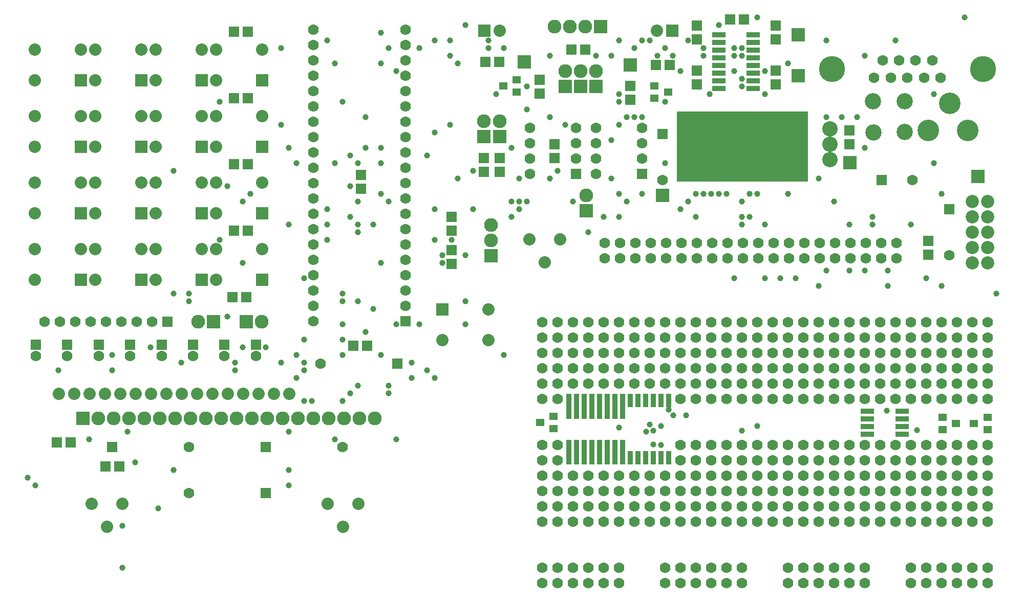
<source format=gbr>
G04 GERBER ASCII OUTPUT FROM: EDWIN 2000 (VER. 1.1 REV. 20011025)*
G04 GERBER FORMAT: RX-274-X*
G04 BOARD: SP_PROTON_SMD2*
G04 ARTWORK OF COMP.MASK POSITIVE*
%ASAXBY*%
%FSLAX23Y23*%
%MIA0B0*%
%MOIN*%
%OFA0.0000B0.0000*%
%SFA1B1*%
%IJA0B0*%
%INLAYER1POS*%
%IOA0B0*%
%IPPOS*%
%IR0*%
G04 APERTURE MACROS*
%AMEDWDONUT*
1,1,$1,$2,$3*
1,0,$4,$2,$3*
%
%AMEDWFRECT*
2,1,$1,$2,$3,$4,$5,$6*
%
%AMEDWORECT*
2,1,$1,$2,$3,$4,$5,$10*
2,1,$1,$4,$5,$6,$7,$10*
2,1,$1,$6,$7,$8,$9,$10*
2,1,$1,$8,$9,$2,$3,$10*
1,1,$1,$2,$3*
1,1,$1,$4,$5*
1,1,$1,$6,$7*
1,1,$1,$8,$9*
%
%AMEDWLINER*
2,1,$1,$2,$3,$4,$5,$6*
1,1,$1,$2,$3*
1,1,$1,$4,$5*
%
%AMEDWFTRNG*
4,1,3,$1,$2,$3,$4,$5,$6,$7,$8,$9*
%
%AMEDWATRNG*
4,1,3,$1,$2,$3,$4,$5,$6,$7,$8,$9*
2,1,$11,$1,$2,$3,$4,$10*
2,1,$11,$3,$4,$5,$6,$10*
2,1,$11,$5,$6,$7,$8,$10*
1,1,$11,$3,$4*
1,1,$11,$5,$6*
1,1,$11,$7,$8*
%
%AMEDWOTRNG*
2,1,$1,$2,$3,$4,$5,$8*
2,1,$1,$4,$5,$6,$7,$8*
2,1,$1,$6,$7,$2,$3,$8*
1,1,$1,$2,$3*
1,1,$1,$4,$5*
1,1,$1,$6,$7*
%
G04*
G04 APERTURE LIST*
%ADD10R,0.0700X0.0700*%
%ADD11R,0.0940X0.0940*%
%ADD12R,0.0600X0.0600*%
%ADD13R,0.0840X0.0840*%
%ADD14R,0.0800X0.0800*%
%ADD15R,0.1040X0.1040*%
%ADD16R,0.0900X0.0900*%
%ADD17R,0.1140X0.1140*%
%ADD18R,0.0700X0.0650*%
%ADD19R,0.0940X0.0890*%
%ADD20R,0.0600X0.0550*%
%ADD21R,0.0840X0.0790*%
%ADD22R,0.0900X0.0350*%
%ADD23R,0.1140X0.0590*%
%ADD24R,0.0800X0.0250*%
%ADD25R,0.1040X0.0490*%
%ADD26R,0.0650X0.0700*%
%ADD27R,0.0890X0.0940*%
%ADD28R,0.0550X0.0600*%
%ADD29R,0.0790X0.0840*%
%ADD30R,0.0580X0.0500*%
%ADD31R,0.0820X0.0740*%
%ADD32R,0.0480X0.0400*%
%ADD33R,0.0720X0.0640*%
%ADD34R,0.0350X0.0900*%
%ADD35R,0.0590X0.1140*%
%ADD36R,0.0250X0.0800*%
%ADD37R,0.0490X0.1040*%
%ADD38C,0.0010*%
%ADD40C,0.0020*%
%ADD41R,0.0020X0.0020*%
%ADD42C,0.0030*%
%ADD43R,0.0030X0.0030*%
%ADD44C,0.0040*%
%ADD45R,0.0040X0.0040*%
%ADD46C,0.0050*%
%ADD47R,0.0050X0.0050*%
%ADD48C,0.0051*%
%ADD49R,0.0051X0.0051*%
%ADD50C,0.00787*%
%ADD51R,0.00787X0.00787*%
%ADD52C,0.00799*%
%ADD54C,0.0080*%
%ADD55R,0.0080X0.0080*%
%ADD56C,0.00984*%
%ADD57R,0.00984X0.00984*%
%ADD58C,0.0100*%
%ADD59R,0.0100X0.0100*%
%ADD60C,0.0120*%
%ADD62C,0.01299*%
%ADD64C,0.0130*%
%ADD66C,0.0150*%
%ADD68C,0.01598*%
%ADD70C,0.0160*%
%ADD72C,0.01969*%
%ADD73R,0.01969X0.01969*%
%ADD74C,0.0200*%
%ADD76C,0.0250*%
%ADD77R,0.0250X0.0250*%
%ADD78C,0.0280*%
%ADD79R,0.0280X0.0280*%
%ADD80C,0.0290*%
%ADD82C,0.0300*%
%ADD84C,0.03187*%
%ADD86C,0.03199*%
%ADD88C,0.0320*%
%ADD89R,0.0320X0.0320*%
%ADD90C,0.0340*%
%ADD91R,0.0340X0.0340*%
%ADD92C,0.0350*%
%ADD93R,0.0350X0.0350*%
%ADD94C,0.03543*%
%ADD95R,0.03543X0.03543*%
%ADD96C,0.0360*%
%ADD98C,0.03699*%
%ADD100C,0.0370*%
%ADD102C,0.03898*%
%ADD103R,0.03898X0.03898*%
%ADD104C,0.03937*%
%ADD105R,0.03937X0.03937*%
%ADD106C,0.03998*%
%ADD108C,0.0400*%
%ADD110C,0.04252*%
%ADD111R,0.04252X0.04252*%
%ADD112C,0.0440*%
%ADD114C,0.0490*%
%ADD115R,0.0490X0.0490*%
%ADD116C,0.0500*%
%ADD117R,0.0500X0.0500*%
%ADD118C,0.0502*%
%ADD119R,0.0502X0.0502*%
%ADD120C,0.0540*%
%ADD122C,0.0560*%
%ADD123R,0.0560X0.0560*%
%ADD124C,0.0590*%
%ADD125R,0.0590X0.0590*%
%ADD126C,0.05906*%
%ADD127R,0.05906X0.05906*%
%ADD128C,0.05943*%
%ADD129R,0.05943X0.05943*%
%ADD130C,0.0600*%
%ADD131R,0.0600X0.0600*%
%ADD132C,0.0620*%
%ADD133R,0.0620X0.0620*%
%ADD134C,0.06298*%
%ADD135R,0.06298X0.06298*%
%ADD136C,0.06378*%
%ADD137R,0.06378X0.06378*%
%ADD138C,0.06652*%
%ADD139R,0.06652X0.06652*%
%ADD140C,0.06906*%
%ADD141R,0.06906X0.06906*%
%ADD142C,0.0700*%
%ADD143R,0.0700X0.0700*%
%ADD144C,0.0720*%
%ADD145R,0.0720X0.0720*%
%ADD146C,0.0740*%
%ADD148C,0.0742*%
%ADD149R,0.0742X0.0742*%
%ADD150C,0.07559*%
%ADD151R,0.07559X0.07559*%
%ADD152C,0.0760*%
%ADD154C,0.07874*%
%ADD155R,0.07874X0.07874*%
%ADD156C,0.0800*%
%ADD157R,0.0800X0.0800*%
%ADD158C,0.0840*%
%ADD159R,0.0840X0.0840*%
%ADD160C,0.0860*%
%ADD161R,0.0860X0.0860*%
%ADD162C,0.08778*%
%ADD163R,0.08778X0.08778*%
%ADD164C,0.0880*%
%ADD166C,0.08903*%
%ADD167R,0.08903X0.08903*%
%ADD168C,0.08969*%
%ADD169R,0.08969X0.08969*%
%ADD170C,0.0900*%
%ADD171R,0.0900X0.0900*%
%ADD172C,0.09213*%
%ADD173R,0.09213X0.09213*%
%ADD174C,0.0940*%
%ADD175R,0.0940X0.0940*%
%ADD176C,0.09496*%
%ADD177R,0.09496X0.09496*%
%ADD178C,0.0960*%
%ADD179R,0.0960X0.0960*%
%ADD180C,0.09788*%
%ADD181R,0.09788X0.09788*%
%ADD182C,0.09959*%
%ADD183R,0.09959X0.09959*%
%ADD184C,0.1000*%
%ADD186C,0.1040*%
%ADD187R,0.1040X0.1040*%
%ADD188C,0.1060*%
%ADD190C,0.10866*%
%ADD191R,0.10866X0.10866*%
%ADD192C,0.1100*%
%ADD194C,0.1120*%
%ADD196C,0.11303*%
%ADD197R,0.11303X0.11303*%
%ADD198C,0.11369*%
%ADD199R,0.11369X0.11369*%
%ADD200C,0.1140*%
%ADD201R,0.1140X0.1140*%
%ADD202C,0.11613*%
%ADD203R,0.11613X0.11613*%
%ADD204C,0.11896*%
%ADD205R,0.11896X0.11896*%
%ADD206C,0.1200*%
%ADD208C,0.12188*%
%ADD209R,0.12188X0.12188*%
%ADD210C,0.1240*%
%ADD212C,0.12464*%
%ADD213R,0.12464X0.12464*%
%ADD214C,0.1300*%
%ADD216C,0.13266*%
%ADD217R,0.13266X0.13266*%
%ADD218C,0.13465*%
%ADD219R,0.13465X0.13465*%
%ADD220C,0.13553*%
%ADD221R,0.13553X0.13553*%
%ADD222C,0.1378*%
%ADD224C,0.1400*%
%ADD226C,0.1440*%
%ADD228C,0.14864*%
%ADD229R,0.14864X0.14864*%
%ADD230C,0.15059*%
%ADD231R,0.15059X0.15059*%
%ADD232C,0.1540*%
%ADD234C,0.15865*%
%ADD235R,0.15865X0.15865*%
%ADD236C,0.15953*%
%ADD237R,0.15953X0.15953*%
%ADD238C,0.1600*%
%ADD240C,0.16063*%
%ADD241R,0.16063X0.16063*%
%ADD242C,0.1640*%
%ADD244C,0.16535*%
%ADD245R,0.16535X0.16535*%
%ADD246C,0.16669*%
%ADD248C,0.16723*%
%ADD250C,0.1700*%
%ADD252C,0.17061*%
%ADD253R,0.17061X0.17061*%
%ADD254C,0.17459*%
%ADD255R,0.17459X0.17459*%
%ADD256C,0.17717*%
%ADD257R,0.17717X0.17717*%
%ADD258C,0.17953*%
%ADD259R,0.17953X0.17953*%
%ADD260C,0.18189*%
%ADD261R,0.18189X0.18189*%
%ADD262C,0.18244*%
%ADD263R,0.18244X0.18244*%
%ADD264C,0.18298*%
%ADD265R,0.18298X0.18298*%
%ADD266C,0.18463*%
%ADD267R,0.18463X0.18463*%
%ADD268C,0.18657*%
%ADD269R,0.18657X0.18657*%
%ADD270C,0.18878*%
%ADD271R,0.18878X0.18878*%
%ADD272C,0.18935*%
%ADD273R,0.18935X0.18935*%
%ADD274C,0.19069*%
%ADD275R,0.19069X0.19069*%
%ADD276C,0.19123*%
%ADD277R,0.19123X0.19123*%
%ADD278C,0.19134*%
%ADD279R,0.19134X0.19134*%
%ADD280C,0.19461*%
%ADD281R,0.19461X0.19461*%
%ADD282C,0.20353*%
%ADD283R,0.20353X0.20353*%
%ADD284C,0.20589*%
%ADD285R,0.20589X0.20589*%
%ADD286C,0.20644*%
%ADD287R,0.20644X0.20644*%
%ADD288C,0.20698*%
%ADD289R,0.20698X0.20698*%
%ADD290C,0.20709*%
%ADD291R,0.20709X0.20709*%
%ADD292C,0.20787*%
%ADD293R,0.20787X0.20787*%
%ADD294C,0.21057*%
%ADD295R,0.21057X0.21057*%
%ADD296C,0.21278*%
%ADD297R,0.21278X0.21278*%
%ADD298C,0.21534*%
%ADD299R,0.21534X0.21534*%
%ADD300C,0.23109*%
%ADD301R,0.23109X0.23109*%
%ADD303R,0.23187X0.23187*%
%ADD305R,0.24094X0.24094*%
%ADD307R,0.25984X0.25984*%
%ADD309R,0.26494X0.26494*%
%ADD311R,0.28384X0.28384*%
%ADD313R,0.3000X0.3000*%
%ADD315R,0.3060X0.3060*%
%ADD317R,0.31654X0.31654*%
%ADD319R,0.32181X0.32181*%
%ADD321R,0.3240X0.3240*%
%ADD323R,0.3300X0.3300*%
%ADD325R,0.34054X0.34054*%
%ADD327R,0.34423X0.34423*%
%ADD329R,0.34581X0.34581*%
%ADD331R,0.36823X0.36823*%
%ADD333R,0.3685X0.3685*%
%ADD335R,0.38248X0.38248*%
%ADD337R,0.39171X0.39171*%
%ADD339R,0.3925X0.3925*%
%ADD341R,0.40648X0.40648*%
%ADD343R,0.41571X0.41571*%
%ADD345R,0.48074X0.48074*%
%ADD347R,0.50474X0.50474*%
%ADD349R,0.53386X0.53386*%
%ADD351R,0.53858X0.53858*%
%ADD353R,0.55786X0.55786*%
%ADD355R,0.56258X0.56258*%
%ADD357R,0.59944X0.59944*%
%ADD359R,0.61724X0.61724*%
%ADD361R,0.62318X0.62318*%
%ADD363R,0.62344X0.62344*%
%ADD365R,0.64124X0.64124*%
%ADD367R,0.64718X0.64718*%
%ADD369R,0.65197X0.65197*%
%ADD371R,0.67597X0.67597*%
%ADD373R,0.68976X0.68976*%
%ADD375R,0.71376X0.71376*%
%ADD377R,0.73937X0.73937*%
%ADD379R,0.76337X0.76337*%
%ADD381R,0.83268X0.83268*%
%ADD383R,0.85287X0.85287*%
%ADD385R,0.85668X0.85668*%
%ADD387R,0.87687X0.87687*%
%ADD389R,0.94961X0.94961*%
%ADD391R,0.96378X0.96378*%
%ADD393R,0.97361X0.97361*%
%ADD395R,0.98778X0.98778*%
%ADD397R,1.03465X1.03465*%
%ADD399R,1.05865X1.05865*%
%ADD401R,1.29384X1.29384*%
%ADD403R,1.31784X1.31784*%
%ADD405R,1.89657X1.89657*%
%ADD407R,1.89744X1.89744*%
%ADD409R,1.92057X1.92057*%
%ADD411R,1.92144X1.92144*%
%ADD413R,2.13068X2.13068*%
%ADD415R,2.15468X2.15468*%
%ADD417R,2.83228X2.83228*%
%ADD419R,2.85628X2.85628*%
%ADD421R,3.07205X3.07205*%
%ADD423R,3.09605X3.09605*%
%ADD425R,3.12726X3.12726*%
%ADD427R,3.15126X3.15126*%
%ADD429R,3.8501X3.8501*%
%ADD431R,3.8741X3.8741*%
G04*
D156*
X354Y1339D02*D03*
X454Y1339D02*D03*
X554Y1339D02*D03*
X654Y1339D02*D03*
X754Y1339D02*D03*
X854Y1339D02*D03*
X954Y1339D02*D03*
X1054Y1339D02*D03*
X1154Y1339D02*D03*
X1254Y1339D02*D03*
X1354Y1339D02*D03*
X1454Y1339D02*D03*
X1554Y1339D02*D03*
X1654Y1339D02*D03*
X1754Y1339D02*D03*
X1854Y1339D02*D03*
D10* 
X2610Y1813D02*D03*
D142*
X2610Y1913D02*D03*
X2610Y2013D02*D03*
X2610Y2113D02*D03*
X2610Y2213D02*D03*
X2610Y2313D02*D03*
X2610Y2413D02*D03*
X2610Y2513D02*D03*
X2610Y2613D02*D03*
X2610Y2713D02*D03*
X2610Y2813D02*D03*
X2610Y2913D02*D03*
X2610Y3013D02*D03*
X2610Y3113D02*D03*
X2610Y3213D02*D03*
X2610Y3313D02*D03*
X2610Y3413D02*D03*
X2610Y3513D02*D03*
X2610Y3613D02*D03*
X2610Y3713D02*D03*
X2010Y3713D02*D03*
X2010Y3613D02*D03*
X2010Y3513D02*D03*
X2010Y3413D02*D03*
X2010Y3313D02*D03*
X2010Y3213D02*D03*
X2010Y3113D02*D03*
X2010Y3013D02*D03*
X2010Y2913D02*D03*
X2010Y2813D02*D03*
X2010Y2713D02*D03*
X2010Y2613D02*D03*
X2010Y2513D02*D03*
X2010Y2413D02*D03*
X2010Y2313D02*D03*
X2010Y2213D02*D03*
X2010Y2113D02*D03*
X2010Y2013D02*D03*
X2010Y1913D02*D03*
X2010Y1813D02*D03*
D14* 
X497Y3383D02*D03*
D156*
X497Y3583D02*D03*
X197Y3583D02*D03*
X197Y3383D02*D03*
D14* 
X891Y3383D02*D03*
D156*
X891Y3583D02*D03*
X591Y3583D02*D03*
X591Y3383D02*D03*
D14* 
X1284Y3383D02*D03*
D156*
X1284Y3583D02*D03*
X984Y3583D02*D03*
X984Y3383D02*D03*
D14* 
X1678Y3383D02*D03*
D156*
X1678Y3583D02*D03*
X1378Y3583D02*D03*
X1378Y3383D02*D03*
D14* 
X497Y2950D02*D03*
D156*
X497Y3150D02*D03*
X197Y3150D02*D03*
X197Y2950D02*D03*
D14* 
X891Y2950D02*D03*
D156*
X891Y3150D02*D03*
X591Y3150D02*D03*
X591Y2950D02*D03*
D14* 
X1284Y2950D02*D03*
D156*
X1284Y3150D02*D03*
X984Y3150D02*D03*
X984Y2950D02*D03*
D14* 
X1678Y2950D02*D03*
D156*
X1678Y3150D02*D03*
X1378Y3150D02*D03*
X1378Y2950D02*D03*
D14* 
X497Y2517D02*D03*
D156*
X497Y2717D02*D03*
X197Y2717D02*D03*
X197Y2517D02*D03*
D14* 
X891Y2517D02*D03*
D156*
X891Y2717D02*D03*
X591Y2717D02*D03*
X591Y2517D02*D03*
D14* 
X1284Y2517D02*D03*
D156*
X1284Y2717D02*D03*
X984Y2717D02*D03*
X984Y2517D02*D03*
D16* 
X3883Y3732D02*D03*
D170*
X3783Y3732D02*D03*
X3683Y3732D02*D03*
X3583Y3732D02*D03*
D142*
X3501Y505D02*D03*
X3501Y605D02*D03*
X3501Y705D02*D03*
X3501Y805D02*D03*
X3501Y905D02*D03*
X3501Y1005D02*D03*
X3601Y1005D02*D03*
X4401Y1005D02*D03*
X4501Y1005D02*D03*
X4601Y1005D02*D03*
X4701Y1005D02*D03*
X4801Y1005D02*D03*
X4901Y1005D02*D03*
X5001Y1005D02*D03*
X5101Y1005D02*D03*
X5201Y1005D02*D03*
X5301Y1005D02*D03*
X5401Y1005D02*D03*
X5501Y1005D02*D03*
X5601Y1005D02*D03*
X5701Y1005D02*D03*
X5801Y1005D02*D03*
X5901Y1005D02*D03*
X6001Y1005D02*D03*
X6101Y1005D02*D03*
X6201Y1005D02*D03*
X6301Y1005D02*D03*
X6401Y1005D02*D03*
X6401Y905D02*D03*
X6401Y805D02*D03*
X6401Y705D02*D03*
X6401Y605D02*D03*
X6401Y505D02*D03*
X6301Y505D02*D03*
X6301Y605D02*D03*
X6301Y705D02*D03*
X6301Y805D02*D03*
X6301Y905D02*D03*
X6201Y905D02*D03*
X6201Y805D02*D03*
X6201Y705D02*D03*
X6201Y605D02*D03*
X6201Y505D02*D03*
X6101Y505D02*D03*
X6101Y605D02*D03*
X6101Y705D02*D03*
X6101Y805D02*D03*
X6101Y905D02*D03*
X6001Y905D02*D03*
X6001Y805D02*D03*
X6001Y705D02*D03*
X6001Y605D02*D03*
X6001Y505D02*D03*
X5901Y505D02*D03*
X5901Y605D02*D03*
X5901Y705D02*D03*
X5901Y805D02*D03*
X5901Y905D02*D03*
X5801Y905D02*D03*
X5801Y805D02*D03*
X5801Y705D02*D03*
X5801Y605D02*D03*
X5801Y505D02*D03*
X5701Y505D02*D03*
X5701Y605D02*D03*
X5701Y705D02*D03*
X5701Y805D02*D03*
X5701Y905D02*D03*
X5601Y905D02*D03*
X5501Y905D02*D03*
X5401Y905D02*D03*
X5301Y905D02*D03*
X5201Y905D02*D03*
X5101Y905D02*D03*
X5101Y805D02*D03*
X5201Y805D02*D03*
X5301Y805D02*D03*
X5401Y805D02*D03*
X5501Y805D02*D03*
X5601Y805D02*D03*
X5601Y705D02*D03*
X5501Y705D02*D03*
X5401Y705D02*D03*
X5301Y705D02*D03*
X5201Y705D02*D03*
X5101Y705D02*D03*
X5101Y605D02*D03*
X5201Y605D02*D03*
X5301Y605D02*D03*
X5401Y605D02*D03*
X5501Y605D02*D03*
X5601Y605D02*D03*
X5601Y505D02*D03*
X5501Y505D02*D03*
X5401Y505D02*D03*
X5301Y505D02*D03*
X5201Y505D02*D03*
X5101Y505D02*D03*
X5001Y505D02*D03*
X5001Y605D02*D03*
X5001Y705D02*D03*
X5001Y805D02*D03*
X5001Y905D02*D03*
X4901Y905D02*D03*
X4901Y805D02*D03*
X4901Y705D02*D03*
X4901Y605D02*D03*
X4901Y505D02*D03*
X4801Y505D02*D03*
X4801Y605D02*D03*
X4801Y705D02*D03*
X4801Y805D02*D03*
X4801Y905D02*D03*
X4701Y905D02*D03*
X4701Y805D02*D03*
X4701Y705D02*D03*
X4701Y605D02*D03*
X4701Y505D02*D03*
X4601Y505D02*D03*
X4501Y505D02*D03*
X4501Y605D02*D03*
X4501Y705D02*D03*
X4601Y705D02*D03*
X4601Y605D02*D03*
X4501Y805D02*D03*
X4501Y905D02*D03*
X4601Y905D02*D03*
X4601Y805D02*D03*
X4401Y905D02*D03*
X4401Y805D02*D03*
X4401Y705D02*D03*
X4401Y605D02*D03*
X4401Y505D02*D03*
X4301Y505D02*D03*
X4301Y605D02*D03*
X4301Y705D02*D03*
X4301Y805D02*D03*
X4201Y805D02*D03*
X4201Y705D02*D03*
X4201Y605D02*D03*
X4201Y505D02*D03*
X4101Y505D02*D03*
X4101Y605D02*D03*
X4101Y705D02*D03*
X4101Y805D02*D03*
X4001Y805D02*D03*
X4001Y705D02*D03*
X4001Y605D02*D03*
X4001Y505D02*D03*
X3901Y805D02*D03*
X3901Y705D02*D03*
X3901Y605D02*D03*
X3901Y505D02*D03*
X3801Y505D02*D03*
X3801Y605D02*D03*
X3801Y705D02*D03*
X3801Y805D02*D03*
X3701Y805D02*D03*
X3701Y705D02*D03*
X3701Y605D02*D03*
X3701Y505D02*D03*
X3601Y905D02*D03*
X3601Y805D02*D03*
X3601Y705D02*D03*
X3601Y605D02*D03*
X3601Y505D02*D03*
X3501Y205D02*D03*
X3601Y205D02*D03*
X3701Y205D02*D03*
X3801Y205D02*D03*
X3901Y205D02*D03*
X4001Y205D02*D03*
X4301Y205D02*D03*
X4401Y205D02*D03*
X4501Y205D02*D03*
X4601Y205D02*D03*
X4701Y205D02*D03*
X4801Y205D02*D03*
X5101Y205D02*D03*
X5201Y205D02*D03*
X5301Y205D02*D03*
X5401Y205D02*D03*
X5501Y205D02*D03*
X5601Y205D02*D03*
X5901Y205D02*D03*
X6001Y205D02*D03*
X6101Y205D02*D03*
X6201Y205D02*D03*
X6301Y205D02*D03*
X6401Y205D02*D03*
X6401Y105D02*D03*
X6301Y105D02*D03*
X6201Y105D02*D03*
X6101Y105D02*D03*
X6001Y105D02*D03*
X5901Y105D02*D03*
X5501Y105D02*D03*
X5401Y105D02*D03*
X5301Y105D02*D03*
X5201Y105D02*D03*
X5101Y105D02*D03*
X5601Y105D02*D03*
X4801Y105D02*D03*
X4701Y105D02*D03*
X4601Y105D02*D03*
X4501Y105D02*D03*
X4401Y105D02*D03*
X4301Y105D02*D03*
X4001Y105D02*D03*
X3901Y105D02*D03*
X3801Y105D02*D03*
X3701Y105D02*D03*
X3601Y105D02*D03*
X3501Y105D02*D03*
X3501Y1305D02*D03*
X3601Y1305D02*D03*
X4401Y1305D02*D03*
X4501Y1305D02*D03*
X4601Y1305D02*D03*
X4701Y1305D02*D03*
X4801Y1305D02*D03*
X4901Y1305D02*D03*
X5001Y1305D02*D03*
X5101Y1305D02*D03*
X5201Y1305D02*D03*
X5301Y1305D02*D03*
X5401Y1305D02*D03*
X5501Y1305D02*D03*
X5601Y1305D02*D03*
X5701Y1305D02*D03*
X5801Y1305D02*D03*
X5901Y1305D02*D03*
X6001Y1305D02*D03*
X6101Y1305D02*D03*
X6201Y1305D02*D03*
X6301Y1305D02*D03*
X6401Y1305D02*D03*
X6401Y1405D02*D03*
X6401Y1505D02*D03*
X6401Y1605D02*D03*
X6401Y1705D02*D03*
X6401Y1805D02*D03*
X6301Y1805D02*D03*
X6201Y1805D02*D03*
X6201Y1705D02*D03*
X6301Y1705D02*D03*
X6301Y1605D02*D03*
X6201Y1605D02*D03*
X6201Y1505D02*D03*
X6301Y1505D02*D03*
X6301Y1405D02*D03*
X6201Y1405D02*D03*
X6101Y1405D02*D03*
X6101Y1505D02*D03*
X6101Y1605D02*D03*
X6101Y1705D02*D03*
X6101Y1805D02*D03*
X6001Y1805D02*D03*
X6001Y1705D02*D03*
X6001Y1605D02*D03*
X6001Y1505D02*D03*
X6001Y1405D02*D03*
X5901Y1405D02*D03*
X5901Y1505D02*D03*
X5901Y1605D02*D03*
X5901Y1705D02*D03*
X5901Y1805D02*D03*
X5801Y1805D02*D03*
X5801Y1705D02*D03*
X5801Y1605D02*D03*
X5801Y1505D02*D03*
X5801Y1405D02*D03*
X5701Y1405D02*D03*
X5701Y1505D02*D03*
X5701Y1605D02*D03*
X5701Y1705D02*D03*
X5701Y1805D02*D03*
X5601Y1805D02*D03*
X5601Y1705D02*D03*
X5601Y1605D02*D03*
X5601Y1505D02*D03*
X5601Y1405D02*D03*
X5501Y1405D02*D03*
X5501Y1505D02*D03*
X5501Y1605D02*D03*
X5501Y1705D02*D03*
X5501Y1805D02*D03*
X5401Y1805D02*D03*
X5401Y1705D02*D03*
X5401Y1605D02*D03*
X5401Y1505D02*D03*
X5401Y1405D02*D03*
X5301Y1405D02*D03*
X5301Y1505D02*D03*
X5301Y1605D02*D03*
X5301Y1705D02*D03*
X5301Y1805D02*D03*
X5201Y1805D02*D03*
X5201Y1705D02*D03*
X5201Y1605D02*D03*
X5201Y1505D02*D03*
X5201Y1405D02*D03*
X5101Y1405D02*D03*
X5101Y1505D02*D03*
X5101Y1605D02*D03*
X5101Y1705D02*D03*
X5101Y1805D02*D03*
X5001Y1805D02*D03*
X5001Y1705D02*D03*
X5001Y1605D02*D03*
X5001Y1505D02*D03*
X5001Y1405D02*D03*
X4901Y1405D02*D03*
X4901Y1505D02*D03*
X4901Y1605D02*D03*
X4901Y1705D02*D03*
X4901Y1805D02*D03*
X4801Y1705D02*D03*
X4801Y1605D02*D03*
X4801Y1505D02*D03*
X4801Y1405D02*D03*
X4701Y1405D02*D03*
X4701Y1505D02*D03*
X4701Y1605D02*D03*
X4701Y1705D02*D03*
X4701Y1805D02*D03*
X4601Y1805D02*D03*
X4601Y1705D02*D03*
X4601Y1605D02*D03*
X4601Y1505D02*D03*
X4601Y1405D02*D03*
X4801Y1805D02*D03*
X4501Y1805D02*D03*
X4501Y1705D02*D03*
X4501Y1605D02*D03*
X4501Y1505D02*D03*
X4501Y1405D02*D03*
X4401Y1405D02*D03*
X4401Y1505D02*D03*
X4401Y1605D02*D03*
X4401Y1705D02*D03*
X4401Y1805D02*D03*
X4301Y1805D02*D03*
X4301Y1705D02*D03*
X4301Y1605D02*D03*
X4301Y1505D02*D03*
X4301Y1405D02*D03*
X4201Y1405D02*D03*
X4201Y1505D02*D03*
X4201Y1605D02*D03*
X4201Y1705D02*D03*
X4201Y1805D02*D03*
X4101Y1405D02*D03*
X4001Y1405D02*D03*
X3901Y1405D02*D03*
X3801Y1405D02*D03*
X3701Y1405D02*D03*
X3701Y1505D02*D03*
X3801Y1505D02*D03*
X3901Y1505D02*D03*
X4001Y1505D02*D03*
X4101Y1505D02*D03*
X4101Y1605D02*D03*
X4001Y1605D02*D03*
X3901Y1605D02*D03*
X3801Y1605D02*D03*
X3701Y1605D02*D03*
X3701Y1705D02*D03*
X3801Y1705D02*D03*
X3901Y1705D02*D03*
X4001Y1705D02*D03*
X4101Y1705D02*D03*
X4101Y1805D02*D03*
X4001Y1805D02*D03*
X3901Y1805D02*D03*
X3801Y1805D02*D03*
X3701Y1805D02*D03*
X3601Y1405D02*D03*
X3601Y1505D02*D03*
X3601Y1605D02*D03*
X3601Y1705D02*D03*
X3601Y1805D02*D03*
X3501Y1805D02*D03*
X3501Y1705D02*D03*
X3501Y1605D02*D03*
X3501Y1505D02*D03*
X3501Y1405D02*D03*
D18* 
X1575Y1969D02*D03*
X1485Y1969D02*D03*
X1496Y3701D02*D03*
X1586Y3701D02*D03*
X1496Y3268D02*D03*
X1586Y3268D02*D03*
X1496Y2835D02*D03*
X1586Y2835D02*D03*
X1496Y2402D02*D03*
X1586Y2402D02*D03*
D14* 
X1678Y2517D02*D03*
D156*
X1678Y2717D02*D03*
X1378Y2717D02*D03*
X1378Y2517D02*D03*
D14* 
X497Y2083D02*D03*
D156*
X497Y2283D02*D03*
X197Y2283D02*D03*
X197Y2083D02*D03*
D14* 
X891Y2083D02*D03*
D156*
X891Y2283D02*D03*
X591Y2283D02*D03*
X591Y2083D02*D03*
D14* 
X1284Y2083D02*D03*
D156*
X1284Y2283D02*D03*
X984Y2283D02*D03*
X984Y2083D02*D03*
D14* 
X1678Y2083D02*D03*
D156*
X1678Y2283D02*D03*
X1378Y2283D02*D03*
X1378Y2083D02*D03*
D160*
X6300Y2593D02*D03*
X6400Y2593D02*D03*
X6300Y2493D02*D03*
X6400Y2493D02*D03*
X6300Y2393D02*D03*
X6400Y2393D02*D03*
X6300Y2293D02*D03*
X6400Y2293D02*D03*
X6300Y2193D02*D03*
X6400Y2193D02*D03*
D10* 
X700Y993D02*D03*
D142*
X1200Y993D02*D03*
D10* 
X1638Y1659D02*D03*
D142*
X1638Y1585D02*D03*
D10* 
X1433Y1659D02*D03*
D142*
X1433Y1585D02*D03*
D10* 
X1228Y1659D02*D03*
D142*
X1228Y1585D02*D03*
D16* 
X1360Y1811D02*D03*
D170*
X1260Y1811D02*D03*
D22* 
X4651Y3681D02*D03*
X4651Y3631D02*D03*
X4651Y3581D02*D03*
X4651Y3531D02*D03*
X4651Y3481D02*D03*
X4651Y3431D02*D03*
X4651Y3381D02*D03*
X4651Y3331D02*D03*
X4876Y3331D02*D03*
X4876Y3381D02*D03*
X4876Y3431D02*D03*
X4876Y3481D02*D03*
X4876Y3531D02*D03*
X4876Y3581D02*D03*
X4876Y3631D02*D03*
X4876Y3681D02*D03*
D26* 
X5020Y3740D02*D03*
X5020Y3650D02*D03*
X4508Y3445D02*D03*
X4508Y3355D02*D03*
D18* 
X4814Y3780D02*D03*
X4724Y3780D02*D03*
D26* 
X5020Y3355D02*D03*
X5020Y3445D02*D03*
X4508Y3740D02*D03*
X4508Y3650D02*D03*
D10* 
X5711Y2734D02*D03*
D142*
X5911Y2734D02*D03*
D10* 
X1024Y1659D02*D03*
D142*
X1024Y1585D02*D03*
D10* 
X819Y1659D02*D03*
D142*
X819Y1585D02*D03*
D10* 
X614Y1659D02*D03*
D142*
X614Y1585D02*D03*
D10* 
X409Y1659D02*D03*
D142*
X409Y1585D02*D03*
D10* 
X205Y1659D02*D03*
D142*
X205Y1585D02*D03*
D10* 
X1063Y1811D02*D03*
D142*
X963Y1811D02*D03*
X863Y1811D02*D03*
X763Y1811D02*D03*
X663Y1811D02*D03*
X563Y1811D02*D03*
X463Y1811D02*D03*
X363Y1811D02*D03*
X263Y1811D02*D03*
D188*
X5655Y3248D02*D03*
X5657Y3042D02*D03*
X5860Y3046D02*D03*
X5860Y3246D02*D03*
D142*
X5663Y3401D02*D03*
X5771Y3401D02*D03*
X5879Y3401D02*D03*
X5987Y3401D02*D03*
X6095Y3401D02*D03*
X5717Y3513D02*D03*
X5825Y3513D02*D03*
X5933Y3513D02*D03*
X6041Y3513D02*D03*
D250*
X5387Y3457D02*D03*
X6371Y3457D02*D03*
D224*
X6016Y3055D02*D03*
X6154Y3232D02*D03*
X6272Y3055D02*D03*
D16* 
X3750Y3343D02*D03*
D170*
X3750Y3443D02*D03*
D10* 
X4151Y2773D02*D03*
D142*
X4151Y2873D02*D03*
X4151Y2973D02*D03*
X4151Y3073D02*D03*
X3851Y3073D02*D03*
X3851Y2973D02*D03*
X3851Y2873D02*D03*
X3851Y2773D02*D03*
D10* 
X3723Y2773D02*D03*
D142*
X3723Y2873D02*D03*
X3723Y2973D02*D03*
X3723Y3073D02*D03*
X3423Y3073D02*D03*
X3423Y2973D02*D03*
X3423Y2873D02*D03*
X3423Y2773D02*D03*
D184*
X5374Y2867D02*D03*
X5374Y2967D02*D03*
X5374Y3067D02*D03*
D10* 
X6150Y2543D02*D03*
D142*
X6150Y2243D02*D03*
D14* 
X2850Y1890D02*D03*
D156*
X2850Y1690D02*D03*
X3150Y1690D02*D03*
X3150Y1890D02*D03*
D10* 
X1700Y993D02*D03*
D142*
X2200Y993D02*D03*
D14* 
X4348Y3707D02*D03*
D156*
X4248Y3707D02*D03*
D14* 
X3124Y3707D02*D03*
D156*
X3224Y3707D02*D03*
D18* 
X4331Y3484D02*D03*
X4241Y3484D02*D03*
D26* 
X4075Y3256D02*D03*
X4075Y3346D02*D03*
D18* 
X3780Y3583D02*D03*
X3690Y3583D02*D03*
D26* 
X3224Y2875D02*D03*
X3224Y2785D02*D03*
X6014Y2248D02*D03*
X6014Y2338D02*D03*
X3122Y2875D02*D03*
X3122Y2785D02*D03*
X5502Y3055D02*D03*
X5502Y2965D02*D03*
X3583Y2875D02*D03*
X3583Y2965D02*D03*
D10* 
X1700Y693D02*D03*
D142*
X1200Y693D02*D03*
D16* 
X3650Y3343D02*D03*
D170*
X3650Y3443D02*D03*
D16* 
X3850Y3343D02*D03*
D170*
X3850Y3443D02*D03*
D156*
X569Y622D02*D03*
X669Y472D02*D03*
X769Y622D02*D03*
X2105Y622D02*D03*
X2205Y472D02*D03*
X2305Y622D02*D03*
D16* 
X1575Y1811D02*D03*
D170*
X1675Y1811D02*D03*
D10* 
X2559Y1535D02*D03*
D142*
X2059Y1535D02*D03*
D16* 
X3224Y3016D02*D03*
D170*
X3224Y3116D02*D03*
D16* 
X3122Y3016D02*D03*
D170*
X3122Y3116D02*D03*
D16* 
X3169Y2241D02*D03*
D170*
X3169Y2341D02*D03*
X3169Y2441D02*D03*
D30* 
X3336Y3306D02*D03*
X3336Y3386D02*D03*
X3248Y3346D02*D03*
X4232Y3348D02*D03*
X4232Y3268D02*D03*
X4320Y3308D02*D03*
D26* 
X3484Y3296D02*D03*
X3484Y3386D02*D03*
X2913Y2492D02*D03*
X2913Y2402D02*D03*
X2913Y2185D02*D03*
X2913Y2275D02*D03*
D18* 
X658Y866D02*D03*
X748Y866D02*D03*
X433Y1024D02*D03*
X343Y1024D02*D03*
X2362Y1654D02*D03*
X2272Y1654D02*D03*
D26* 
X2323Y2767D02*D03*
X2323Y2677D02*D03*
D16* 
X4075Y3484D02*D03*
X3386Y3504D02*D03*
X6339Y2756D02*D03*
X5169Y3681D02*D03*
X5169Y3412D02*D03*
D142*
X5809Y2322D02*D03*
X5709Y2322D02*D03*
X5609Y2322D02*D03*
X5509Y2322D02*D03*
X5409Y2322D02*D03*
X5309Y2322D02*D03*
X5209Y2322D02*D03*
X5109Y2322D02*D03*
X5009Y2322D02*D03*
X4909Y2322D02*D03*
X4809Y2322D02*D03*
X4709Y2322D02*D03*
X4609Y2322D02*D03*
X4509Y2322D02*D03*
X4409Y2322D02*D03*
X4309Y2322D02*D03*
X4209Y2322D02*D03*
X4109Y2322D02*D03*
X4009Y2322D02*D03*
X3909Y2322D02*D03*
X3909Y2222D02*D03*
X4009Y2222D02*D03*
X4109Y2222D02*D03*
X4209Y2222D02*D03*
X4309Y2222D02*D03*
X4409Y2222D02*D03*
X4509Y2222D02*D03*
X4609Y2222D02*D03*
X4709Y2222D02*D03*
X4809Y2222D02*D03*
X4909Y2222D02*D03*
X5009Y2222D02*D03*
X5109Y2222D02*D03*
X5209Y2222D02*D03*
X5309Y2222D02*D03*
X5409Y2222D02*D03*
X5509Y2222D02*D03*
X5609Y2222D02*D03*
X5709Y2222D02*D03*
X5809Y2222D02*D03*
D16* 
X512Y1181D02*D03*
D170*
X612Y1181D02*D03*
X712Y1181D02*D03*
X812Y1181D02*D03*
X912Y1181D02*D03*
X1012Y1181D02*D03*
X1112Y1181D02*D03*
X1212Y1181D02*D03*
X1312Y1181D02*D03*
X1412Y1181D02*D03*
X1512Y1181D02*D03*
X1612Y1181D02*D03*
X1712Y1181D02*D03*
X1812Y1181D02*D03*
X1912Y1181D02*D03*
X2012Y1181D02*D03*
X2112Y1181D02*D03*
X2212Y1181D02*D03*
X2312Y1181D02*D03*
X2412Y1181D02*D03*
D156*
X3419Y2347D02*D03*
X3519Y2197D02*D03*
X3619Y2347D02*D03*
D16* 
X3787Y2532D02*D03*
D170*
X3787Y2632D02*D03*
D18* 
X3130Y3504D02*D03*
X3220Y3504D02*D03*
D34* 
X3675Y922D02*D03*
X3725Y922D02*D03*
X3775Y922D02*D03*
X3825Y922D02*D03*
X3875Y922D02*D03*
X3925Y922D02*D03*
X3975Y922D02*D03*
X4025Y922D02*D03*
X4075Y922D02*D03*
X4125Y922D02*D03*
X4175Y922D02*D03*
X4225Y922D02*D03*
X4275Y922D02*D03*
X4325Y922D02*D03*
X4325Y1297D02*D03*
X4275Y1297D02*D03*
X4225Y1297D02*D03*
X4175Y1297D02*D03*
X4125Y1297D02*D03*
X4075Y1297D02*D03*
X4025Y1297D02*D03*
X3975Y1297D02*D03*
X3925Y1297D02*D03*
X3875Y1297D02*D03*
X3825Y1297D02*D03*
X3775Y1297D02*D03*
X3725Y1297D02*D03*
X3675Y1297D02*D03*
X3674Y996D02*D03*
X3724Y996D02*D03*
X3774Y996D02*D03*
X3824Y996D02*D03*
X3874Y996D02*D03*
X3924Y996D02*D03*
X3974Y996D02*D03*
X4024Y996D02*D03*
X4024Y1221D02*D03*
X3974Y1221D02*D03*
X3924Y1221D02*D03*
X3874Y1221D02*D03*
X3824Y1221D02*D03*
X3774Y1221D02*D03*
X3724Y1221D02*D03*
X3674Y1221D02*D03*
D16* 
X5505Y2845D02*D03*
D30* 
X3576Y1113D02*D03*
X3576Y1193D02*D03*
X3488Y1153D02*D03*
X6401Y1108D02*D03*
X6401Y1188D02*D03*
X6313Y1148D02*D03*
X6107Y1187D02*D03*
X6107Y1107D02*D03*
X6195Y1147D02*D03*
D22* 
X5619Y1228D02*D03*
X5619Y1178D02*D03*
X5619Y1128D02*D03*
X5619Y1078D02*D03*
X5844Y1078D02*D03*
X5844Y1128D02*D03*
X5844Y1178D02*D03*
X5844Y1228D02*D03*
D10* 
X4286Y3034D02*D03*
D142*
X4286Y2734D02*D03*
D16* 
X4286Y2632D02*D03*
D104*
X2450Y2643D02*D03*
X2400Y1893D02*D03*
X6050Y2843D02*D03*
X4250Y3543D02*D03*
X4000Y3293D02*D03*
X3400Y3343D02*D03*
X3200Y3293D02*D03*
X2200Y3243D02*D03*
X2200Y1993D02*D03*
X5450Y3143D02*D03*
X4300Y2843D02*D03*
X4500Y2493D02*D03*
X4500Y2643D02*D03*
X4150Y3643D02*D03*
X4800Y2593D02*D03*
X4000Y3643D02*D03*
X3850Y3543D02*D03*
X4800Y2493D02*D03*
X2800Y2343D02*D03*
X3550Y3143D02*D03*
X3700Y2593D02*D03*
X3400Y2593D02*D03*
X2250Y1343D02*D03*
X1100Y2793D02*D03*
X1100Y1993D02*D03*
X1200Y1993D02*D03*
X2250Y2693D02*D03*
X2450Y2943D02*D03*
X2450Y2843D02*D03*
X2750Y2893D02*D03*
X4750Y2093D02*D03*
X5600Y2943D02*D03*
X4300Y3243D02*D03*
X3550Y3543D02*D03*
X2913Y2343D02*D03*
X2300Y2843D02*D03*
X4950Y2443D02*D03*
X850Y893D02*D03*
X4650Y2643D02*D03*
X2900Y3543D02*D03*
X3600Y2793D02*D03*
X3050Y2793D02*D03*
X5400Y2593D02*D03*
X5900Y2443D02*D03*
X550Y1043D02*D03*
X5300Y2043D02*D03*
X4800Y2443D02*D03*
X4900Y3793D02*D03*
X800Y1093D02*D03*
X2500Y2593D02*D03*
X2300Y2593D02*D03*
X1450Y2693D02*D03*
X1400Y2343D02*D03*
X1550Y2193D02*D03*
X2450Y2193D02*D03*
X2450Y1593D02*D03*
X3250Y1593D02*D03*
X5550Y3143D02*D03*
X4150Y3143D02*D03*
X3150Y3643D02*D03*
X2900Y3643D02*D03*
X1600Y2643D02*D03*
X2300Y2393D02*D03*
X2300Y1943D02*D03*
X5750Y2043D02*D03*
X5750Y2143D02*D03*
X5600Y2143D02*D03*
X5500Y2143D02*D03*
X5350Y2143D02*D03*
X6459Y1993D02*D03*
X2700Y1793D02*D03*
X2800Y1443D02*D03*
X2200Y1793D02*D03*
X2550Y1793D02*D03*
X2650Y1543D02*D03*
X6100Y2043D02*D03*
X2200Y1943D02*D03*
X1400Y3243D02*D03*
X5650Y2443D02*D03*
X5500Y2443D02*D03*
X5050Y2093D02*D03*
X5150Y2093D02*D03*
X3000Y1943D02*D03*
X3000Y1793D02*D03*
X2200Y1593D02*D03*
X2200Y1293D02*D03*
X2000Y1293D02*D03*
X2100Y2343D02*D03*
X2250Y2493D02*D03*
X2650Y1443D02*D03*
X1850Y843D02*D03*
X1850Y1093D02*D03*
X2550Y3443D02*D03*
X6050Y3293D02*D03*
X6100Y2643D02*D03*
X5100Y2643D02*D03*
X2750Y1493D02*D03*
X150Y793D02*D03*
X350Y1493D02*D03*
X700Y1493D02*D03*
X3350Y2593D02*D03*
X2500Y3593D02*D03*
X2800Y3643D02*D03*
X4450Y3643D02*D03*
X4900Y2643D02*D03*
X3000Y2243D02*D03*
X2850Y2243D02*D03*
X4050Y3143D02*D03*
X4000Y3243D02*D03*
X2950Y2743D02*D03*
X4400Y2543D02*D03*
X4050Y2593D02*D03*
X1100Y843D02*D03*
X1000Y593D02*D03*
X4100Y3143D02*D03*
X2700Y3593D02*D03*
X3150Y3593D02*D03*
X3250Y3593D02*D03*
X3950Y3543D02*D03*
X3650Y3093D02*D03*
X4000Y2643D02*D03*
X4150Y2643D02*D03*
X2300Y2443D02*D03*
X2100Y2443D02*D03*
X1950Y1543D02*D03*
X3300Y2493D02*D03*
X2350Y1743D02*D03*
X2400Y2443D02*D03*
X3800Y2393D02*D03*
X2450Y3493D02*D03*
X2450Y3693D02*D03*
X1500Y1543D02*D03*
X2250Y2893D02*D03*
X3350Y2743D02*D03*
X1950Y1493D02*D03*
X1800Y1543D02*D03*
X1800Y3093D02*D03*
X1950Y1293D02*D03*
X2800Y3043D02*D03*
X2800Y2543D02*D03*
X3050Y2543D02*D03*
X1800Y3593D02*D03*
X3900Y2493D02*D03*
X2950Y3493D02*D03*
X3400Y3193D02*D03*
X3000Y3743D02*D03*
X3950Y2993D02*D03*
X4800Y3393D02*D03*
X4400Y3443D02*D03*
X4200Y3643D02*D03*
X4350Y3543D02*D03*
X5100Y3493D02*D03*
X5350Y3143D02*D03*
X4300Y3593D02*D03*
X4100Y3593D02*D03*
X2100Y3643D02*D03*
X4450Y2593D02*D03*
X700Y1593D02*D03*
X4550Y2643D02*D03*
X1900Y1443D02*D03*
X1850Y2443D02*D03*
X1850Y2943D02*D03*
X1850Y743D02*D03*
X200Y743D02*D03*
X2500Y1343D02*D03*
X1900Y1593D02*D03*
X1900Y2843D02*D03*
X2350Y2943D02*D03*
X2350Y3143D02*D03*
X3300Y2943D02*D03*
X4000Y3093D02*D03*
X4600Y2643D02*D03*
X1950Y1693D02*D03*
X2500Y1393D02*D03*
X2150Y1043D02*D03*
X1150Y1543D02*D03*
X2550Y1043D02*D03*
X1950Y2093D02*D03*
X1500Y1493D02*D03*
X2150Y2843D02*D03*
X4650Y3743D02*D03*
X6250Y3793D02*D03*
X5650Y2493D02*D03*
X4850Y2493D02*D03*
X2850Y2193D02*D03*
X4950Y2093D02*D03*
X1550Y2593D02*D03*
X2200Y1693D02*D03*
X6000Y2093D02*D03*
X4800Y3593D02*D03*
X4950Y3443D02*D03*
X2100Y2543D02*D03*
X3300Y2593D02*D03*
X3550Y2743D02*D03*
X3950Y2743D02*D03*
X4000Y2493D02*D03*
X1450Y1843D02*D03*
X950Y1643D02*D03*
X1200Y1943D02*D03*
X1550Y1643D02*D03*
X2300Y1393D02*D03*
X2150Y3493D02*D03*
X3350Y2543D02*D03*
X1700Y1643D02*D03*
X2900Y3093D02*D03*
X4550Y3543D02*D03*
X4750Y3543D02*D03*
X4550Y3593D02*D03*
X4750Y3593D02*D03*
X4750Y3443D02*D03*
X5600Y3543D02*D03*
X4800Y3343D02*D03*
X5350Y3643D02*D03*
X5800Y3643D02*D03*
X4800Y3543D02*D03*
X4700Y2643D02*D03*
X4850Y2643D02*D03*
X5300Y2743D02*D03*
X4590Y3293D02*D03*
X4950Y3293D02*D03*
X4002Y1120D02*D03*
X4201Y1139D02*D03*
X4179Y1092D02*D03*
X5942Y1102D02*D03*
X769Y480D02*D03*
X769Y205D02*D03*
X5746Y1229D02*D03*
X4226Y1009D02*D03*
X4226Y1100D02*D03*
X4801Y1100D02*D03*
X4274Y1008D02*D03*
X4274Y1130D02*D03*
X4901Y1130D02*D03*
X4356Y1201D02*D03*
X4438Y1201D02*D03*
X4325Y1235D02*D03*
G36*
X4377Y3181D02*
X4377Y2723D01*
X5230Y2723D01*
X5230Y3181D01*
X4377Y3181D01*
G37*
M02*

</source>
